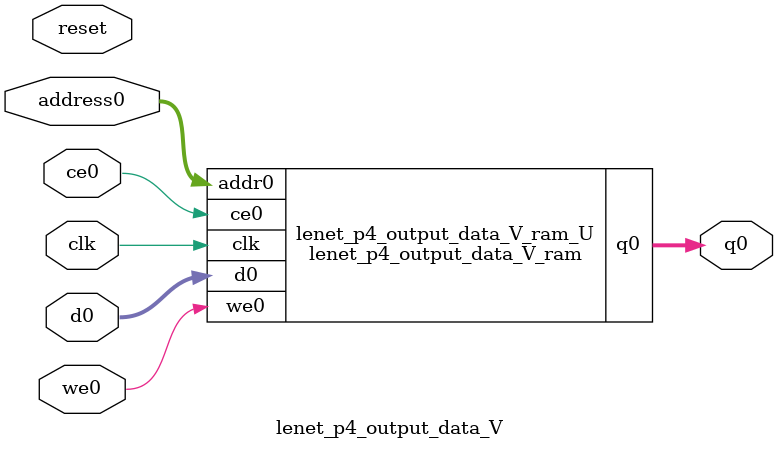
<source format=v>
`timescale 1 ns / 1 ps
module lenet_p4_output_data_V_ram (addr0, ce0, d0, we0, q0,  clk);

parameter DWIDTH = 16;
parameter AWIDTH = 9;
parameter MEM_SIZE = 400;

input[AWIDTH-1:0] addr0;
input ce0;
input[DWIDTH-1:0] d0;
input we0;
output reg[DWIDTH-1:0] q0;
input clk;

(* ram_style = "block" *)reg [DWIDTH-1:0] ram[0:MEM_SIZE-1];




always @(posedge clk)  
begin 
    if (ce0) 
    begin
        if (we0) 
        begin 
            ram[addr0] <= d0; 
        end 
        q0 <= ram[addr0];
    end
end


endmodule

`timescale 1 ns / 1 ps
module lenet_p4_output_data_V(
    reset,
    clk,
    address0,
    ce0,
    we0,
    d0,
    q0);

parameter DataWidth = 32'd16;
parameter AddressRange = 32'd400;
parameter AddressWidth = 32'd9;
input reset;
input clk;
input[AddressWidth - 1:0] address0;
input ce0;
input we0;
input[DataWidth - 1:0] d0;
output[DataWidth - 1:0] q0;



lenet_p4_output_data_V_ram lenet_p4_output_data_V_ram_U(
    .clk( clk ),
    .addr0( address0 ),
    .ce0( ce0 ),
    .we0( we0 ),
    .d0( d0 ),
    .q0( q0 ));

endmodule


</source>
